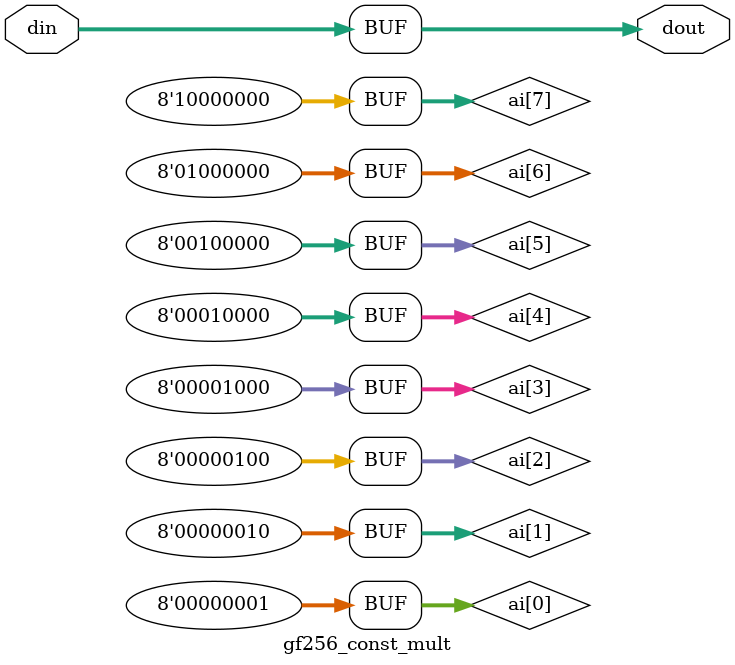
<source format=v>

`timescale 1ns/100ps
module gf256_const_mult 
#(parameter	[7:0] A = 8'd1) 
(
	input 			[7:0]	din,
	output	reg 	[7:0]	dout
	);

wire		[7:0]		ai[7:0];

//A*(alpha^0 ~ alpha^9)
// GF(2^8) array. Primitive polynomial = D^8+D^4+D^3+D^2+1 (285 decimal)
// so that r4 <= r3 xor r7. r3 <= r2 xor r7. r2 <= r1 xor r7.

assign ai[0] = A;	
genvar i;
generate
	for (i = 0; i < 7; i = i + 1)	
		begin	:	gx
			assign ai[i+1][7:5] 	= ai[i][6:4];
			assign ai[i+1][4] 	= ai[i][7] ^ ai[i][3];
			assign ai[i+1][3] 	= ai[i][7] ^ ai[i][2];
			assign ai[i+1][2] 	= ai[i][7] ^ ai[i][1];
			assign ai[i+1][1:0] 	= {ai[i][0], ai[i][7]};
		end
endgenerate

//
always@(*)//GF(256)field a*din
begin

	dout[7] = (ai[0][7]&din[0]) ^ (ai[1][7]&din[1]) ^ (ai[2][7]&din[2]) ^ (ai[3][7]&din[3]) ^ (ai[4][7]&din[4]) ^ (ai[5][7]&din[5]) ^ (ai[6][7]&din[6]) ^ (ai[7][7]&din[7]);
	dout[6] = (ai[0][6]&din[0]) ^ (ai[1][6]&din[1]) ^ (ai[2][6]&din[2]) ^ (ai[3][6]&din[3]) ^ (ai[4][6]&din[4]) ^ (ai[5][6]&din[5]) ^ (ai[6][6]&din[6]) ^ (ai[7][6]&din[7]);
	dout[5] = (ai[0][5]&din[0]) ^ (ai[1][5]&din[1]) ^ (ai[2][5]&din[2]) ^ (ai[3][5]&din[3]) ^ (ai[4][5]&din[4]) ^ (ai[5][5]&din[5]) ^ (ai[6][5]&din[6]) ^ (ai[7][5]&din[7]);
	dout[4] = (ai[0][4]&din[0]) ^ (ai[1][4]&din[1]) ^ (ai[2][4]&din[2]) ^ (ai[3][4]&din[3]) ^ (ai[4][4]&din[4]) ^ (ai[5][4]&din[5]) ^ (ai[6][4]&din[6]) ^ (ai[7][4]&din[7]);
	dout[3] = (ai[0][3]&din[0]) ^ (ai[1][3]&din[1]) ^ (ai[2][3]&din[2]) ^ (ai[3][3]&din[3]) ^ (ai[4][3]&din[4]) ^ (ai[5][3]&din[5]) ^ (ai[6][3]&din[6]) ^ (ai[7][3]&din[7]);
	dout[2] = (ai[0][2]&din[0]) ^ (ai[1][2]&din[1]) ^ (ai[2][2]&din[2]) ^ (ai[3][2]&din[3]) ^ (ai[4][2]&din[4]) ^ (ai[5][2]&din[5]) ^ (ai[6][2]&din[6]) ^ (ai[7][2]&din[7]);
	dout[1] = (ai[0][1]&din[0]) ^ (ai[1][1]&din[1]) ^ (ai[2][1]&din[2]) ^ (ai[3][1]&din[3]) ^ (ai[4][1]&din[4]) ^ (ai[5][1]&din[5]) ^ (ai[6][1]&din[6]) ^ (ai[7][1]&din[7]);
	dout[0] = (ai[0][0]&din[0]) ^ (ai[1][0]&din[1]) ^ (ai[2][0]&din[2]) ^ (ai[3][0]&din[3]) ^ (ai[4][0]&din[4]) ^ (ai[5][0]&din[5]) ^ (ai[6][0]&din[6]) ^ (ai[7][0]&din[7]);
	
end	
endmodule


</source>
